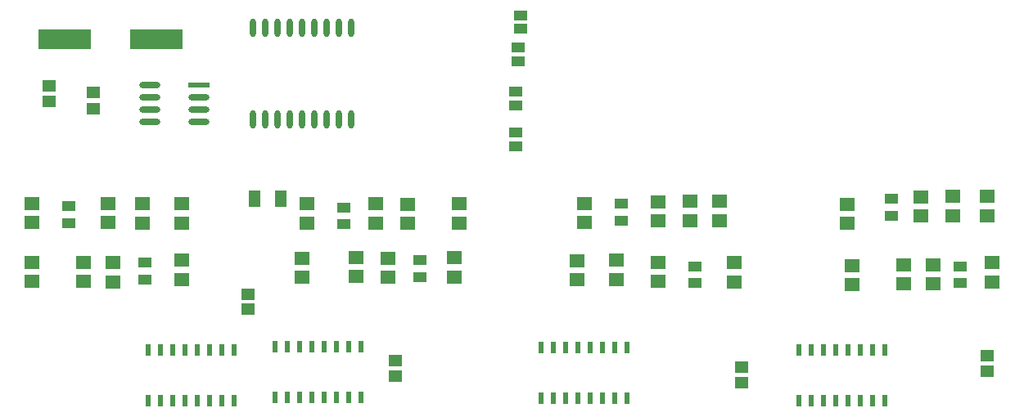
<source format=gbp>
G04*
G04 #@! TF.GenerationSoftware,Altium Limited,Altium Designer,22.10.1 (41)*
G04*
G04 Layer_Color=128*
%FSLAX44Y44*%
%MOMM*%
G71*
G04*
G04 #@! TF.SameCoordinates,F6FD88A5-7606-448C-B8D5-CB5F8BF09B0B*
G04*
G04*
G04 #@! TF.FilePolarity,Positive*
G04*
G01*
G75*
G04:AMPARAMS|DCode=38|XSize=0.55mm|YSize=1.25mm|CornerRadius=0.0495mm|HoleSize=0mm|Usage=FLASHONLY|Rotation=180.000|XOffset=0mm|YOffset=0mm|HoleType=Round|Shape=RoundedRectangle|*
%AMROUNDEDRECTD38*
21,1,0.5500,1.1510,0,0,180.0*
21,1,0.4510,1.2500,0,0,180.0*
1,1,0.0990,-0.2255,0.5755*
1,1,0.0990,0.2255,0.5755*
1,1,0.0990,0.2255,-0.5755*
1,1,0.0990,-0.2255,-0.5755*
%
%ADD38ROUNDEDRECTD38*%
%ADD39R,1.4500X1.3000*%
%ADD40R,1.3621X1.0581*%
%ADD41R,1.3500X1.1000*%
%ADD42R,1.5562X1.3549*%
%ADD43R,1.2500X1.8000*%
G04:AMPARAMS|DCode=44|XSize=2.2044mm|YSize=0.608mm|CornerRadius=0.304mm|HoleSize=0mm|Usage=FLASHONLY|Rotation=180.000|XOffset=0mm|YOffset=0mm|HoleType=Round|Shape=RoundedRectangle|*
%AMROUNDEDRECTD44*
21,1,2.2044,0.0000,0,0,180.0*
21,1,1.5965,0.6080,0,0,180.0*
1,1,0.6080,-0.7982,0.0000*
1,1,0.6080,0.7982,0.0000*
1,1,0.6080,0.7982,0.0000*
1,1,0.6080,-0.7982,0.0000*
%
%ADD44ROUNDEDRECTD44*%
%ADD45R,2.2044X0.6080*%
%ADD46R,1.4500X1.2500*%
%ADD47R,5.5000X2.0000*%
G04:AMPARAMS|DCode=48|XSize=1.9mm|YSize=0.6mm|CornerRadius=0.3mm|HoleSize=0mm|Usage=FLASHONLY|Rotation=270.000|XOffset=0mm|YOffset=0mm|HoleType=Round|Shape=RoundedRectangle|*
%AMROUNDEDRECTD48*
21,1,1.9000,0.0000,0,0,270.0*
21,1,1.3000,0.6000,0,0,270.0*
1,1,0.6000,0.0000,-0.6500*
1,1,0.6000,0.0000,0.6500*
1,1,0.6000,0.0000,0.6500*
1,1,0.6000,0.0000,-0.6500*
%
%ADD48ROUNDEDRECTD48*%
D38*
X590550Y386930D02*
D03*
X603250D02*
D03*
X615950D02*
D03*
X628650D02*
D03*
X641350D02*
D03*
X654050D02*
D03*
X666750D02*
D03*
X679450D02*
D03*
X590550Y334430D02*
D03*
X603250D02*
D03*
X615950D02*
D03*
X628650D02*
D03*
X641350D02*
D03*
X654050D02*
D03*
X666750D02*
D03*
X679450D02*
D03*
X184150Y384390D02*
D03*
X196850D02*
D03*
X209550D02*
D03*
X222250D02*
D03*
X234950D02*
D03*
X247650D02*
D03*
X260350D02*
D03*
X273050D02*
D03*
X184150Y331890D02*
D03*
X196850D02*
D03*
X209550D02*
D03*
X222250D02*
D03*
X234950D02*
D03*
X247650D02*
D03*
X260350D02*
D03*
X273050D02*
D03*
X314960Y387780D02*
D03*
X327660D02*
D03*
X340360D02*
D03*
X353060D02*
D03*
X365760D02*
D03*
X378460D02*
D03*
X391160D02*
D03*
X403860D02*
D03*
X314960Y335280D02*
D03*
X327660D02*
D03*
X340360D02*
D03*
X353060D02*
D03*
X365760D02*
D03*
X378460D02*
D03*
X391160D02*
D03*
X403860D02*
D03*
X946150Y331890D02*
D03*
X933450D02*
D03*
X920750D02*
D03*
X908050D02*
D03*
X895350D02*
D03*
X882650D02*
D03*
X869950D02*
D03*
X857250D02*
D03*
X946150Y384390D02*
D03*
X933450D02*
D03*
X920750D02*
D03*
X908050D02*
D03*
X895350D02*
D03*
X882650D02*
D03*
X869950D02*
D03*
X857250D02*
D03*
D39*
X287020Y426340D02*
D03*
Y442340D02*
D03*
X1051560Y378460D02*
D03*
Y362460D02*
D03*
X797560Y366520D02*
D03*
Y350520D02*
D03*
X439420Y373380D02*
D03*
Y357380D02*
D03*
D40*
X1023620Y453510D02*
D03*
Y471050D02*
D03*
X101600Y533400D02*
D03*
Y515860D02*
D03*
X180340Y457440D02*
D03*
Y474980D02*
D03*
X673100Y535940D02*
D03*
Y518400D02*
D03*
X749300Y453510D02*
D03*
Y471050D02*
D03*
X386080Y532010D02*
D03*
Y514470D02*
D03*
X952500Y540780D02*
D03*
Y523240D02*
D03*
X464820Y459740D02*
D03*
Y477280D02*
D03*
D41*
X566420Y697260D02*
D03*
Y683260D02*
D03*
X568960Y730900D02*
D03*
Y716900D02*
D03*
X563880Y609600D02*
D03*
Y595600D02*
D03*
Y651541D02*
D03*
Y637540D02*
D03*
D42*
X177800Y535537D02*
D03*
Y516023D02*
D03*
X668020Y457603D02*
D03*
Y477117D02*
D03*
X116840Y455467D02*
D03*
Y474980D02*
D03*
X906780Y535133D02*
D03*
Y515620D02*
D03*
X347980Y535537D02*
D03*
Y516023D02*
D03*
X982980Y542753D02*
D03*
Y523240D02*
D03*
X419100Y535537D02*
D03*
Y516023D02*
D03*
X911860Y452120D02*
D03*
Y471633D02*
D03*
X342900Y459740D02*
D03*
Y479253D02*
D03*
X1056640Y455063D02*
D03*
Y474577D02*
D03*
X500380Y460143D02*
D03*
Y479657D02*
D03*
X995680Y452927D02*
D03*
Y472440D02*
D03*
X431800Y459740D02*
D03*
Y479253D02*
D03*
X1051560Y543157D02*
D03*
Y523643D02*
D03*
X505460Y535537D02*
D03*
Y516023D02*
D03*
X1016000Y543157D02*
D03*
Y523643D02*
D03*
X965200Y452927D02*
D03*
Y472440D02*
D03*
X452120Y535133D02*
D03*
Y515620D02*
D03*
X398780Y460547D02*
D03*
Y480060D02*
D03*
X142240Y535940D02*
D03*
Y516427D02*
D03*
X627380Y457200D02*
D03*
Y476713D02*
D03*
X63500Y455467D02*
D03*
Y474980D02*
D03*
X789940Y455063D02*
D03*
Y474577D02*
D03*
X218440Y457603D02*
D03*
Y477117D02*
D03*
X711200Y455467D02*
D03*
Y474980D02*
D03*
X774700Y538077D02*
D03*
Y518563D02*
D03*
X218440Y535537D02*
D03*
Y516023D02*
D03*
X744220Y538077D02*
D03*
Y518563D02*
D03*
X147320Y455063D02*
D03*
Y474577D02*
D03*
X635000Y535940D02*
D03*
Y516427D02*
D03*
X63500Y535940D02*
D03*
Y516427D02*
D03*
X711200Y537673D02*
D03*
Y518160D02*
D03*
D43*
X321090Y541020D02*
D03*
X293590D02*
D03*
D44*
X185311Y659130D02*
D03*
Y646430D02*
D03*
Y633730D02*
D03*
Y621030D02*
D03*
X236329D02*
D03*
Y633730D02*
D03*
Y646430D02*
D03*
D45*
Y659130D02*
D03*
D46*
X127000Y634370D02*
D03*
Y650870D02*
D03*
X81280Y641360D02*
D03*
Y657860D02*
D03*
D47*
X192280Y706120D02*
D03*
X97280D02*
D03*
D48*
X292100Y623560D02*
D03*
X304800D02*
D03*
X317500D02*
D03*
X330200D02*
D03*
X342900D02*
D03*
X355600D02*
D03*
X368300D02*
D03*
X381000D02*
D03*
X393700D02*
D03*
Y717560D02*
D03*
X381000D02*
D03*
X368300D02*
D03*
X355600D02*
D03*
X342900D02*
D03*
X330200D02*
D03*
X317500D02*
D03*
X304800D02*
D03*
X292100D02*
D03*
M02*

</source>
